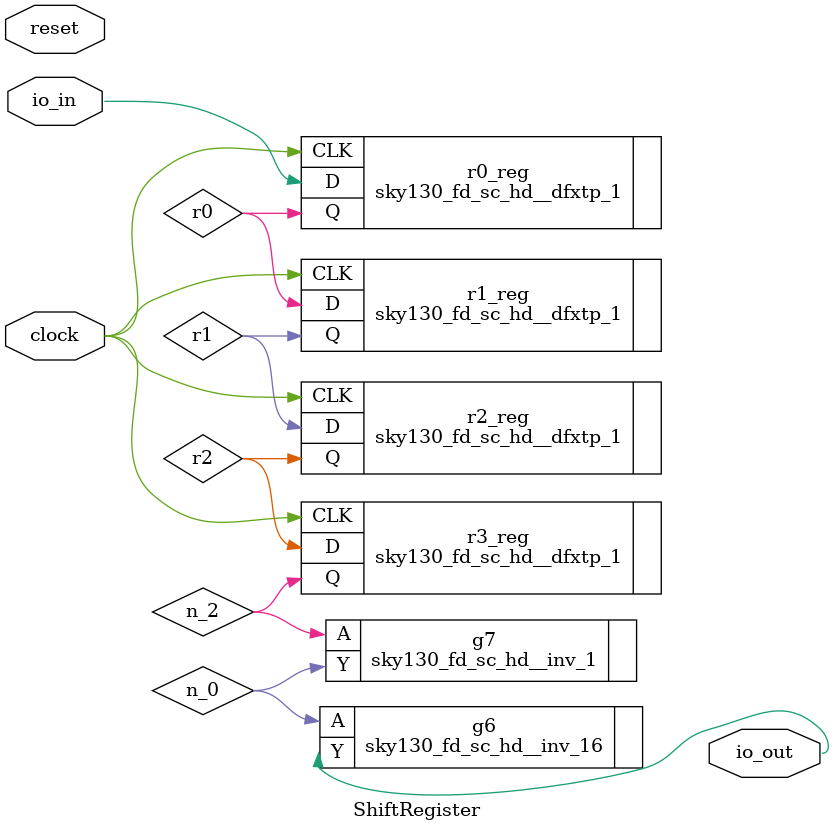
<source format=v>


// Verification Directory fv/ShiftRegister 

module ShiftRegister(clock, reset, io_in, io_out);
  input clock, reset, io_in;
  output io_out;
  wire clock, reset, io_in;
  wire io_out;
  wire n_0, n_2, r0, r1, r2;
  sky130_fd_sc_hd__inv_16 g6(.A (n_0), .Y (io_out));
  sky130_fd_sc_hd__inv_1 g7(.A (n_2), .Y (n_0));
  sky130_fd_sc_hd__dfxtp_1 r3_reg(.CLK (clock), .D (r2), .Q (n_2));
  sky130_fd_sc_hd__dfxtp_1 r2_reg(.CLK (clock), .D (r1), .Q (r2));
  sky130_fd_sc_hd__dfxtp_1 r1_reg(.CLK (clock), .D (r0), .Q (r1));
  sky130_fd_sc_hd__dfxtp_1 r0_reg(.CLK (clock), .D (io_in), .Q (r0));
endmodule


</source>
